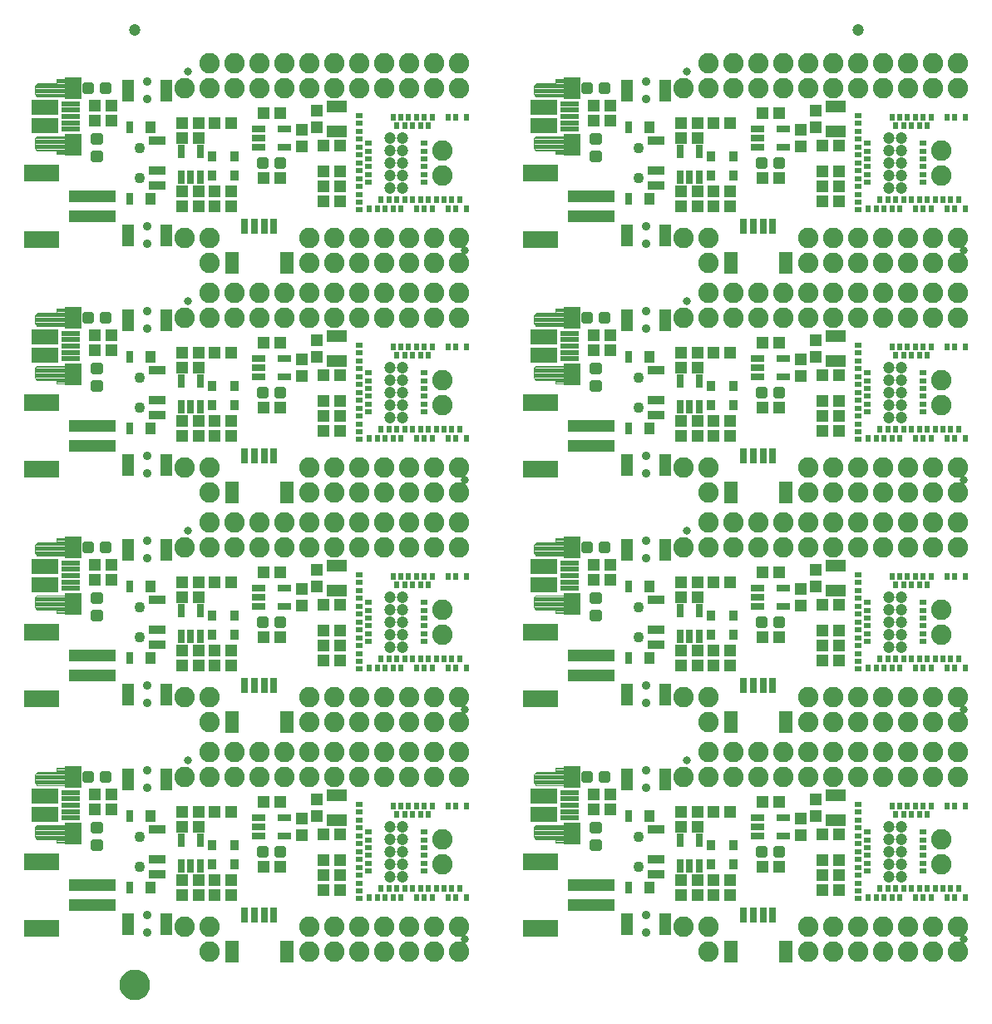
<source format=gts>
G75*
%MOIN*%
%OFA0B0*%
%FSLAX25Y25*%
%IPPOS*%
%LPD*%
%AMOC8*
5,1,8,0,0,1.08239X$1,22.5*
%
%ADD10R,0.05131X0.04737*%
%ADD11C,0.01990*%
%ADD12R,0.07690X0.02375*%
%ADD13R,0.06548X0.08674*%
%ADD14R,0.10643X0.06410*%
%ADD15C,0.00400*%
%ADD16R,0.07887X0.04737*%
%ADD17R,0.04737X0.05131*%
%ADD18R,0.02375X0.03162*%
%ADD19R,0.03162X0.02375*%
%ADD20C,0.08200*%
%ADD21C,0.03556*%
%ADD22R,0.05131X0.08674*%
%ADD23R,0.05524X0.08674*%
%ADD24R,0.03162X0.06115*%
%ADD25R,0.18910X0.04737*%
%ADD26R,0.14186X0.07099*%
%ADD27R,0.02965X0.05524*%
%ADD28R,0.03280X0.04068*%
%ADD29R,0.05524X0.02965*%
%ADD30C,0.04737*%
%ADD31R,0.06706X0.03556*%
%ADD32R,0.03162X0.04737*%
%ADD33R,0.03950X0.04737*%
%ADD34C,0.04343*%
%ADD35C,0.03300*%
%ADD36C,0.05000*%
%ADD37C,0.06706*%
D10*
X0110904Y0056000D03*
X0110904Y0062000D03*
X0117596Y0062000D03*
X0117596Y0056000D03*
X0123904Y0056000D03*
X0123904Y0062000D03*
X0130596Y0062000D03*
X0130596Y0056000D03*
X0143404Y0067500D03*
X0150096Y0067500D03*
X0167404Y0070000D03*
X0167404Y0064000D03*
X0174096Y0064000D03*
X0174096Y0070000D03*
X0174096Y0080500D03*
X0167404Y0080500D03*
X0150096Y0093500D03*
X0143404Y0093500D03*
X0130596Y0089300D03*
X0123904Y0089300D03*
X0117596Y0089500D03*
X0110904Y0089500D03*
X0110904Y0083500D03*
X0117596Y0083500D03*
X0082596Y0090500D03*
X0082596Y0096500D03*
X0075904Y0096500D03*
X0075904Y0090500D03*
X0110904Y0148000D03*
X0117596Y0148000D03*
X0123904Y0148000D03*
X0130596Y0148000D03*
X0130596Y0154000D03*
X0123904Y0154000D03*
X0117596Y0154000D03*
X0110904Y0154000D03*
X0110904Y0175500D03*
X0110904Y0181500D03*
X0117596Y0181500D03*
X0117596Y0175500D03*
X0123904Y0181300D03*
X0130596Y0181300D03*
X0143404Y0185500D03*
X0150096Y0185500D03*
X0167404Y0172500D03*
X0174096Y0172500D03*
X0174096Y0162000D03*
X0167404Y0162000D03*
X0167404Y0156000D03*
X0167404Y0150000D03*
X0174096Y0150000D03*
X0174096Y0156000D03*
X0150096Y0159500D03*
X0143404Y0159500D03*
X0082596Y0182500D03*
X0082596Y0188500D03*
X0075904Y0188500D03*
X0075904Y0182500D03*
X0110904Y0240000D03*
X0117596Y0240000D03*
X0123904Y0240000D03*
X0130596Y0240000D03*
X0130596Y0246000D03*
X0123904Y0246000D03*
X0117596Y0246000D03*
X0110904Y0246000D03*
X0110904Y0267500D03*
X0110904Y0273500D03*
X0117596Y0273500D03*
X0117596Y0267500D03*
X0123904Y0273300D03*
X0130596Y0273300D03*
X0143404Y0277500D03*
X0150096Y0277500D03*
X0167404Y0264500D03*
X0174096Y0264500D03*
X0174096Y0254000D03*
X0167404Y0254000D03*
X0167404Y0248000D03*
X0167404Y0242000D03*
X0174096Y0242000D03*
X0174096Y0248000D03*
X0150096Y0251500D03*
X0143404Y0251500D03*
X0082596Y0274500D03*
X0082596Y0280500D03*
X0075904Y0280500D03*
X0075904Y0274500D03*
X0110904Y0332000D03*
X0110904Y0338000D03*
X0117596Y0338000D03*
X0117596Y0332000D03*
X0123904Y0332000D03*
X0123904Y0338000D03*
X0130596Y0338000D03*
X0130596Y0332000D03*
X0143404Y0343500D03*
X0150096Y0343500D03*
X0167404Y0346000D03*
X0167404Y0340000D03*
X0174096Y0340000D03*
X0174096Y0346000D03*
X0174096Y0356500D03*
X0167404Y0356500D03*
X0150096Y0369500D03*
X0143404Y0369500D03*
X0130596Y0365300D03*
X0123904Y0365300D03*
X0117596Y0365500D03*
X0110904Y0365500D03*
X0110904Y0359500D03*
X0117596Y0359500D03*
X0082596Y0366500D03*
X0082596Y0372500D03*
X0075904Y0372500D03*
X0075904Y0366500D03*
X0167404Y0334000D03*
X0174096Y0334000D03*
X0275904Y0366500D03*
X0282596Y0366500D03*
X0282596Y0372500D03*
X0275904Y0372500D03*
X0310904Y0365500D03*
X0317596Y0365500D03*
X0317596Y0359500D03*
X0310904Y0359500D03*
X0323904Y0365300D03*
X0330596Y0365300D03*
X0343404Y0369500D03*
X0350096Y0369500D03*
X0367404Y0356500D03*
X0374096Y0356500D03*
X0374096Y0346000D03*
X0374096Y0340000D03*
X0367404Y0340000D03*
X0367404Y0346000D03*
X0367404Y0334000D03*
X0374096Y0334000D03*
X0350096Y0343500D03*
X0343404Y0343500D03*
X0330596Y0338000D03*
X0330596Y0332000D03*
X0323904Y0332000D03*
X0323904Y0338000D03*
X0317596Y0338000D03*
X0317596Y0332000D03*
X0310904Y0332000D03*
X0310904Y0338000D03*
X0282596Y0280500D03*
X0275904Y0280500D03*
X0275904Y0274500D03*
X0282596Y0274500D03*
X0310904Y0273500D03*
X0310904Y0267500D03*
X0317596Y0267500D03*
X0317596Y0273500D03*
X0323904Y0273300D03*
X0330596Y0273300D03*
X0343404Y0277500D03*
X0350096Y0277500D03*
X0367404Y0264500D03*
X0374096Y0264500D03*
X0374096Y0254000D03*
X0367404Y0254000D03*
X0367404Y0248000D03*
X0367404Y0242000D03*
X0374096Y0242000D03*
X0374096Y0248000D03*
X0350096Y0251500D03*
X0343404Y0251500D03*
X0330596Y0246000D03*
X0323904Y0246000D03*
X0323904Y0240000D03*
X0330596Y0240000D03*
X0317596Y0240000D03*
X0310904Y0240000D03*
X0310904Y0246000D03*
X0317596Y0246000D03*
X0282596Y0188500D03*
X0282596Y0182500D03*
X0275904Y0182500D03*
X0275904Y0188500D03*
X0310904Y0181500D03*
X0310904Y0175500D03*
X0317596Y0175500D03*
X0317596Y0181500D03*
X0323904Y0181300D03*
X0330596Y0181300D03*
X0343404Y0185500D03*
X0350096Y0185500D03*
X0367404Y0172500D03*
X0374096Y0172500D03*
X0374096Y0162000D03*
X0367404Y0162000D03*
X0367404Y0156000D03*
X0367404Y0150000D03*
X0374096Y0150000D03*
X0374096Y0156000D03*
X0350096Y0159500D03*
X0343404Y0159500D03*
X0330596Y0154000D03*
X0323904Y0154000D03*
X0323904Y0148000D03*
X0330596Y0148000D03*
X0317596Y0148000D03*
X0310904Y0148000D03*
X0310904Y0154000D03*
X0317596Y0154000D03*
X0343404Y0093500D03*
X0350096Y0093500D03*
X0330596Y0089300D03*
X0323904Y0089300D03*
X0317596Y0089500D03*
X0310904Y0089500D03*
X0310904Y0083500D03*
X0317596Y0083500D03*
X0317596Y0062000D03*
X0317596Y0056000D03*
X0310904Y0056000D03*
X0310904Y0062000D03*
X0323904Y0062000D03*
X0323904Y0056000D03*
X0330596Y0056000D03*
X0330596Y0062000D03*
X0343404Y0067500D03*
X0350096Y0067500D03*
X0367404Y0070000D03*
X0367404Y0064000D03*
X0374096Y0064000D03*
X0374096Y0070000D03*
X0374096Y0080500D03*
X0367404Y0080500D03*
X0367404Y0058000D03*
X0374096Y0058000D03*
X0282596Y0090500D03*
X0282596Y0096500D03*
X0275904Y0096500D03*
X0275904Y0090500D03*
X0174096Y0058000D03*
X0167404Y0058000D03*
D11*
X0148830Y0072127D02*
X0148830Y0074873D01*
X0151576Y0074873D01*
X0151576Y0072127D01*
X0148830Y0072127D01*
X0148830Y0074017D02*
X0151576Y0074017D01*
X0141924Y0074873D02*
X0141924Y0072127D01*
X0141924Y0074873D02*
X0144670Y0074873D01*
X0144670Y0072127D01*
X0141924Y0072127D01*
X0141924Y0074017D02*
X0144670Y0074017D01*
X0078123Y0077420D02*
X0075377Y0077420D01*
X0078123Y0077420D02*
X0078123Y0074674D01*
X0075377Y0074674D01*
X0075377Y0077420D01*
X0075377Y0076564D02*
X0078123Y0076564D01*
X0078123Y0084326D02*
X0075377Y0084326D01*
X0078123Y0084326D02*
X0078123Y0081580D01*
X0075377Y0081580D01*
X0075377Y0084326D01*
X0075377Y0083470D02*
X0078123Y0083470D01*
X0078830Y0102127D02*
X0078830Y0104873D01*
X0081576Y0104873D01*
X0081576Y0102127D01*
X0078830Y0102127D01*
X0078830Y0104017D02*
X0081576Y0104017D01*
X0071924Y0104873D02*
X0071924Y0102127D01*
X0071924Y0104873D02*
X0074670Y0104873D01*
X0074670Y0102127D01*
X0071924Y0102127D01*
X0071924Y0104017D02*
X0074670Y0104017D01*
X0075377Y0169420D02*
X0078123Y0169420D01*
X0078123Y0166674D01*
X0075377Y0166674D01*
X0075377Y0169420D01*
X0075377Y0168564D02*
X0078123Y0168564D01*
X0078123Y0176326D02*
X0075377Y0176326D01*
X0078123Y0176326D02*
X0078123Y0173580D01*
X0075377Y0173580D01*
X0075377Y0176326D01*
X0075377Y0175470D02*
X0078123Y0175470D01*
X0078830Y0194127D02*
X0078830Y0196873D01*
X0081576Y0196873D01*
X0081576Y0194127D01*
X0078830Y0194127D01*
X0078830Y0196017D02*
X0081576Y0196017D01*
X0071924Y0196873D02*
X0071924Y0194127D01*
X0071924Y0196873D02*
X0074670Y0196873D01*
X0074670Y0194127D01*
X0071924Y0194127D01*
X0071924Y0196017D02*
X0074670Y0196017D01*
X0141924Y0166873D02*
X0141924Y0164127D01*
X0141924Y0166873D02*
X0144670Y0166873D01*
X0144670Y0164127D01*
X0141924Y0164127D01*
X0141924Y0166017D02*
X0144670Y0166017D01*
X0148830Y0166873D02*
X0148830Y0164127D01*
X0148830Y0166873D02*
X0151576Y0166873D01*
X0151576Y0164127D01*
X0148830Y0164127D01*
X0148830Y0166017D02*
X0151576Y0166017D01*
X0148830Y0256127D02*
X0148830Y0258873D01*
X0151576Y0258873D01*
X0151576Y0256127D01*
X0148830Y0256127D01*
X0148830Y0258017D02*
X0151576Y0258017D01*
X0141924Y0258873D02*
X0141924Y0256127D01*
X0141924Y0258873D02*
X0144670Y0258873D01*
X0144670Y0256127D01*
X0141924Y0256127D01*
X0141924Y0258017D02*
X0144670Y0258017D01*
X0078123Y0261420D02*
X0075377Y0261420D01*
X0078123Y0261420D02*
X0078123Y0258674D01*
X0075377Y0258674D01*
X0075377Y0261420D01*
X0075377Y0260564D02*
X0078123Y0260564D01*
X0078123Y0268326D02*
X0075377Y0268326D01*
X0078123Y0268326D02*
X0078123Y0265580D01*
X0075377Y0265580D01*
X0075377Y0268326D01*
X0075377Y0267470D02*
X0078123Y0267470D01*
X0078830Y0286127D02*
X0078830Y0288873D01*
X0081576Y0288873D01*
X0081576Y0286127D01*
X0078830Y0286127D01*
X0078830Y0288017D02*
X0081576Y0288017D01*
X0071924Y0288873D02*
X0071924Y0286127D01*
X0071924Y0288873D02*
X0074670Y0288873D01*
X0074670Y0286127D01*
X0071924Y0286127D01*
X0071924Y0288017D02*
X0074670Y0288017D01*
X0141924Y0348127D02*
X0141924Y0350873D01*
X0144670Y0350873D01*
X0144670Y0348127D01*
X0141924Y0348127D01*
X0141924Y0350017D02*
X0144670Y0350017D01*
X0148830Y0350873D02*
X0148830Y0348127D01*
X0148830Y0350873D02*
X0151576Y0350873D01*
X0151576Y0348127D01*
X0148830Y0348127D01*
X0148830Y0350017D02*
X0151576Y0350017D01*
X0078123Y0353420D02*
X0075377Y0353420D01*
X0078123Y0353420D02*
X0078123Y0350674D01*
X0075377Y0350674D01*
X0075377Y0353420D01*
X0075377Y0352564D02*
X0078123Y0352564D01*
X0078123Y0360326D02*
X0075377Y0360326D01*
X0078123Y0360326D02*
X0078123Y0357580D01*
X0075377Y0357580D01*
X0075377Y0360326D01*
X0075377Y0359470D02*
X0078123Y0359470D01*
X0078830Y0378127D02*
X0078830Y0380873D01*
X0081576Y0380873D01*
X0081576Y0378127D01*
X0078830Y0378127D01*
X0078830Y0380017D02*
X0081576Y0380017D01*
X0071924Y0380873D02*
X0071924Y0378127D01*
X0071924Y0380873D02*
X0074670Y0380873D01*
X0074670Y0378127D01*
X0071924Y0378127D01*
X0071924Y0380017D02*
X0074670Y0380017D01*
X0271924Y0380873D02*
X0271924Y0378127D01*
X0271924Y0380873D02*
X0274670Y0380873D01*
X0274670Y0378127D01*
X0271924Y0378127D01*
X0271924Y0380017D02*
X0274670Y0380017D01*
X0278830Y0380873D02*
X0278830Y0378127D01*
X0278830Y0380873D02*
X0281576Y0380873D01*
X0281576Y0378127D01*
X0278830Y0378127D01*
X0278830Y0380017D02*
X0281576Y0380017D01*
X0278123Y0360326D02*
X0275377Y0360326D01*
X0278123Y0360326D02*
X0278123Y0357580D01*
X0275377Y0357580D01*
X0275377Y0360326D01*
X0275377Y0359470D02*
X0278123Y0359470D01*
X0278123Y0353420D02*
X0275377Y0353420D01*
X0278123Y0353420D02*
X0278123Y0350674D01*
X0275377Y0350674D01*
X0275377Y0353420D01*
X0275377Y0352564D02*
X0278123Y0352564D01*
X0341924Y0350873D02*
X0341924Y0348127D01*
X0341924Y0350873D02*
X0344670Y0350873D01*
X0344670Y0348127D01*
X0341924Y0348127D01*
X0341924Y0350017D02*
X0344670Y0350017D01*
X0348830Y0350873D02*
X0348830Y0348127D01*
X0348830Y0350873D02*
X0351576Y0350873D01*
X0351576Y0348127D01*
X0348830Y0348127D01*
X0348830Y0350017D02*
X0351576Y0350017D01*
X0278830Y0288873D02*
X0278830Y0286127D01*
X0278830Y0288873D02*
X0281576Y0288873D01*
X0281576Y0286127D01*
X0278830Y0286127D01*
X0278830Y0288017D02*
X0281576Y0288017D01*
X0271924Y0288873D02*
X0271924Y0286127D01*
X0271924Y0288873D02*
X0274670Y0288873D01*
X0274670Y0286127D01*
X0271924Y0286127D01*
X0271924Y0288017D02*
X0274670Y0288017D01*
X0275377Y0268326D02*
X0278123Y0268326D01*
X0278123Y0265580D01*
X0275377Y0265580D01*
X0275377Y0268326D01*
X0275377Y0267470D02*
X0278123Y0267470D01*
X0278123Y0261420D02*
X0275377Y0261420D01*
X0278123Y0261420D02*
X0278123Y0258674D01*
X0275377Y0258674D01*
X0275377Y0261420D01*
X0275377Y0260564D02*
X0278123Y0260564D01*
X0341924Y0258873D02*
X0341924Y0256127D01*
X0341924Y0258873D02*
X0344670Y0258873D01*
X0344670Y0256127D01*
X0341924Y0256127D01*
X0341924Y0258017D02*
X0344670Y0258017D01*
X0348830Y0258873D02*
X0348830Y0256127D01*
X0348830Y0258873D02*
X0351576Y0258873D01*
X0351576Y0256127D01*
X0348830Y0256127D01*
X0348830Y0258017D02*
X0351576Y0258017D01*
X0278830Y0196873D02*
X0278830Y0194127D01*
X0278830Y0196873D02*
X0281576Y0196873D01*
X0281576Y0194127D01*
X0278830Y0194127D01*
X0278830Y0196017D02*
X0281576Y0196017D01*
X0271924Y0196873D02*
X0271924Y0194127D01*
X0271924Y0196873D02*
X0274670Y0196873D01*
X0274670Y0194127D01*
X0271924Y0194127D01*
X0271924Y0196017D02*
X0274670Y0196017D01*
X0275377Y0176326D02*
X0278123Y0176326D01*
X0278123Y0173580D01*
X0275377Y0173580D01*
X0275377Y0176326D01*
X0275377Y0175470D02*
X0278123Y0175470D01*
X0278123Y0169420D02*
X0275377Y0169420D01*
X0278123Y0169420D02*
X0278123Y0166674D01*
X0275377Y0166674D01*
X0275377Y0169420D01*
X0275377Y0168564D02*
X0278123Y0168564D01*
X0341924Y0166873D02*
X0341924Y0164127D01*
X0341924Y0166873D02*
X0344670Y0166873D01*
X0344670Y0164127D01*
X0341924Y0164127D01*
X0341924Y0166017D02*
X0344670Y0166017D01*
X0348830Y0166873D02*
X0348830Y0164127D01*
X0348830Y0166873D02*
X0351576Y0166873D01*
X0351576Y0164127D01*
X0348830Y0164127D01*
X0348830Y0166017D02*
X0351576Y0166017D01*
X0278830Y0104873D02*
X0278830Y0102127D01*
X0278830Y0104873D02*
X0281576Y0104873D01*
X0281576Y0102127D01*
X0278830Y0102127D01*
X0278830Y0104017D02*
X0281576Y0104017D01*
X0271924Y0104873D02*
X0271924Y0102127D01*
X0271924Y0104873D02*
X0274670Y0104873D01*
X0274670Y0102127D01*
X0271924Y0102127D01*
X0271924Y0104017D02*
X0274670Y0104017D01*
X0275377Y0084326D02*
X0278123Y0084326D01*
X0278123Y0081580D01*
X0275377Y0081580D01*
X0275377Y0084326D01*
X0275377Y0083470D02*
X0278123Y0083470D01*
X0278123Y0077420D02*
X0275377Y0077420D01*
X0278123Y0077420D02*
X0278123Y0074674D01*
X0275377Y0074674D01*
X0275377Y0077420D01*
X0275377Y0076564D02*
X0278123Y0076564D01*
X0341924Y0074873D02*
X0341924Y0072127D01*
X0341924Y0074873D02*
X0344670Y0074873D01*
X0344670Y0072127D01*
X0341924Y0072127D01*
X0341924Y0074017D02*
X0344670Y0074017D01*
X0348830Y0074873D02*
X0348830Y0072127D01*
X0348830Y0074873D02*
X0351576Y0074873D01*
X0351576Y0072127D01*
X0348830Y0072127D01*
X0348830Y0074017D02*
X0351576Y0074017D01*
D12*
X0266250Y0086982D03*
X0266250Y0089541D03*
X0266250Y0092100D03*
X0266250Y0094659D03*
X0266250Y0097218D03*
X0266250Y0178982D03*
X0266250Y0181541D03*
X0266250Y0184100D03*
X0266250Y0186659D03*
X0266250Y0189218D03*
X0266250Y0270982D03*
X0266250Y0273541D03*
X0266250Y0276100D03*
X0266250Y0278659D03*
X0266250Y0281218D03*
X0266250Y0362982D03*
X0266250Y0365541D03*
X0266250Y0368100D03*
X0266250Y0370659D03*
X0266250Y0373218D03*
X0066250Y0373218D03*
X0066250Y0370659D03*
X0066250Y0368100D03*
X0066250Y0365541D03*
X0066250Y0362982D03*
X0066250Y0281218D03*
X0066250Y0278659D03*
X0066250Y0276100D03*
X0066250Y0273541D03*
X0066250Y0270982D03*
X0066250Y0189218D03*
X0066250Y0186659D03*
X0066250Y0184100D03*
X0066250Y0181541D03*
X0066250Y0178982D03*
X0066250Y0097218D03*
X0066250Y0094659D03*
X0066250Y0092100D03*
X0066250Y0089541D03*
X0066250Y0086982D03*
D13*
X0067333Y0080683D03*
X0067333Y0103517D03*
X0067333Y0172683D03*
X0067333Y0195517D03*
X0067333Y0264683D03*
X0067333Y0287517D03*
X0067333Y0356683D03*
X0067333Y0379517D03*
X0267333Y0379517D03*
X0267333Y0356683D03*
X0267333Y0287517D03*
X0267333Y0264683D03*
X0267333Y0195517D03*
X0267333Y0172683D03*
X0267333Y0103517D03*
X0267333Y0080683D03*
D14*
X0255719Y0088311D03*
X0255719Y0095889D03*
X0255719Y0180311D03*
X0255719Y0187889D03*
X0255719Y0272311D03*
X0255719Y0279889D03*
X0255719Y0364311D03*
X0255719Y0371889D03*
X0055719Y0371889D03*
X0055719Y0364311D03*
X0055719Y0279889D03*
X0055719Y0272311D03*
X0055719Y0187889D03*
X0055719Y0180311D03*
X0055719Y0095889D03*
X0055719Y0088311D03*
D15*
X0053159Y0084226D02*
X0063789Y0084226D01*
X0063789Y0077139D01*
X0060640Y0077139D01*
X0060640Y0078320D01*
X0053159Y0078320D01*
X0052858Y0078399D01*
X0052581Y0078542D01*
X0052343Y0078744D01*
X0052156Y0078993D01*
X0052029Y0079278D01*
X0051969Y0079584D01*
X0051978Y0079895D01*
X0051978Y0083045D01*
X0052008Y0083308D01*
X0052095Y0083557D01*
X0052236Y0083781D01*
X0052423Y0083968D01*
X0052647Y0084109D01*
X0052897Y0084196D01*
X0053159Y0084226D01*
X0052348Y0083893D02*
X0063789Y0083893D01*
X0063789Y0083495D02*
X0052073Y0083495D01*
X0051984Y0083096D02*
X0063789Y0083096D01*
X0063789Y0082698D02*
X0051978Y0082698D01*
X0051978Y0082299D02*
X0063789Y0082299D01*
X0063789Y0081901D02*
X0051978Y0081901D01*
X0051978Y0081502D02*
X0063789Y0081502D01*
X0063789Y0081103D02*
X0051978Y0081103D01*
X0051978Y0080705D02*
X0063789Y0080705D01*
X0063789Y0080306D02*
X0051978Y0080306D01*
X0051978Y0079908D02*
X0063789Y0079908D01*
X0063789Y0079509D02*
X0051984Y0079509D01*
X0052104Y0079111D02*
X0063789Y0079111D01*
X0063789Y0078712D02*
X0052380Y0078712D01*
X0060640Y0078314D02*
X0063789Y0078314D01*
X0063789Y0077915D02*
X0060640Y0077915D01*
X0060640Y0077517D02*
X0063789Y0077517D01*
X0063789Y0099974D02*
X0053553Y0099974D01*
X0053242Y0099965D01*
X0052936Y0100025D01*
X0052651Y0100152D01*
X0052402Y0100339D01*
X0052200Y0100577D01*
X0052057Y0100853D01*
X0051978Y0101155D01*
X0051978Y0103911D01*
X0052018Y0104261D01*
X0052134Y0104594D01*
X0052322Y0104893D01*
X0052571Y0105142D01*
X0052870Y0105330D01*
X0053203Y0105446D01*
X0053553Y0105486D01*
X0060640Y0105486D01*
X0060640Y0107061D01*
X0063789Y0107061D01*
X0063789Y0099974D01*
X0063789Y0100232D02*
X0052544Y0100232D01*
X0052172Y0100631D02*
X0063789Y0100631D01*
X0063789Y0101029D02*
X0052011Y0101029D01*
X0051978Y0101428D02*
X0063789Y0101428D01*
X0063789Y0101826D02*
X0051978Y0101826D01*
X0051978Y0102225D02*
X0063789Y0102225D01*
X0063789Y0102623D02*
X0051978Y0102623D01*
X0051978Y0103022D02*
X0063789Y0103022D01*
X0063789Y0103420D02*
X0051978Y0103420D01*
X0051978Y0103819D02*
X0063789Y0103819D01*
X0063789Y0104217D02*
X0052013Y0104217D01*
X0052148Y0104616D02*
X0063789Y0104616D01*
X0063789Y0105014D02*
X0052443Y0105014D01*
X0053107Y0105413D02*
X0063789Y0105413D01*
X0063789Y0105811D02*
X0060640Y0105811D01*
X0060640Y0106210D02*
X0063789Y0106210D01*
X0063789Y0106608D02*
X0060640Y0106608D01*
X0060640Y0107007D02*
X0063789Y0107007D01*
X0063789Y0169139D02*
X0060640Y0169139D01*
X0060640Y0170320D01*
X0053159Y0170320D01*
X0052858Y0170399D01*
X0052581Y0170542D01*
X0052343Y0170744D01*
X0052156Y0170993D01*
X0052029Y0171278D01*
X0051969Y0171584D01*
X0051978Y0171895D01*
X0051978Y0175045D01*
X0052008Y0175308D01*
X0052095Y0175557D01*
X0052236Y0175781D01*
X0052423Y0175968D01*
X0052647Y0176109D01*
X0052897Y0176196D01*
X0053159Y0176226D01*
X0063789Y0176226D01*
X0063789Y0169139D01*
X0063789Y0169174D02*
X0060640Y0169174D01*
X0060640Y0169573D02*
X0063789Y0169573D01*
X0063789Y0169972D02*
X0060640Y0169972D01*
X0063789Y0170370D02*
X0052969Y0170370D01*
X0052325Y0170769D02*
X0063789Y0170769D01*
X0063789Y0171167D02*
X0052079Y0171167D01*
X0051973Y0171566D02*
X0063789Y0171566D01*
X0063789Y0171964D02*
X0051978Y0171964D01*
X0051978Y0172363D02*
X0063789Y0172363D01*
X0063789Y0172761D02*
X0051978Y0172761D01*
X0051978Y0173160D02*
X0063789Y0173160D01*
X0063789Y0173558D02*
X0051978Y0173558D01*
X0051978Y0173957D02*
X0063789Y0173957D01*
X0063789Y0174355D02*
X0051978Y0174355D01*
X0051978Y0174754D02*
X0063789Y0174754D01*
X0063789Y0175152D02*
X0051990Y0175152D01*
X0052093Y0175551D02*
X0063789Y0175551D01*
X0063789Y0175949D02*
X0052404Y0175949D01*
X0053242Y0191965D02*
X0052936Y0192025D01*
X0052651Y0192152D01*
X0052402Y0192339D01*
X0052200Y0192577D01*
X0052057Y0192853D01*
X0051978Y0193155D01*
X0051978Y0195911D01*
X0052018Y0196261D01*
X0052134Y0196594D01*
X0052322Y0196893D01*
X0052571Y0197142D01*
X0052870Y0197330D01*
X0053203Y0197446D01*
X0053553Y0197486D01*
X0060640Y0197486D01*
X0060640Y0199061D01*
X0063789Y0199061D01*
X0063789Y0191974D01*
X0053553Y0191974D01*
X0053242Y0191965D01*
X0052469Y0192288D02*
X0063789Y0192288D01*
X0063789Y0192687D02*
X0052143Y0192687D01*
X0051997Y0193085D02*
X0063789Y0193085D01*
X0063789Y0193484D02*
X0051978Y0193484D01*
X0051978Y0193882D02*
X0063789Y0193882D01*
X0063789Y0194281D02*
X0051978Y0194281D01*
X0051978Y0194679D02*
X0063789Y0194679D01*
X0063789Y0195078D02*
X0051978Y0195078D01*
X0051978Y0195476D02*
X0063789Y0195476D01*
X0063789Y0195875D02*
X0051978Y0195875D01*
X0052022Y0196273D02*
X0063789Y0196273D01*
X0063789Y0196672D02*
X0052183Y0196672D01*
X0052499Y0197070D02*
X0063789Y0197070D01*
X0063789Y0197469D02*
X0053402Y0197469D01*
X0060640Y0197867D02*
X0063789Y0197867D01*
X0063789Y0198266D02*
X0060640Y0198266D01*
X0060640Y0198664D02*
X0063789Y0198664D01*
X0063789Y0261139D02*
X0060640Y0261139D01*
X0060640Y0262320D01*
X0053159Y0262320D01*
X0052858Y0262399D01*
X0052581Y0262542D01*
X0052343Y0262744D01*
X0052156Y0262993D01*
X0052029Y0263278D01*
X0051969Y0263584D01*
X0051978Y0263895D01*
X0051978Y0267045D01*
X0052008Y0267308D01*
X0052095Y0267557D01*
X0052236Y0267781D01*
X0052423Y0267968D01*
X0052647Y0268109D01*
X0052897Y0268196D01*
X0053159Y0268226D01*
X0063789Y0268226D01*
X0063789Y0261139D01*
X0063789Y0261231D02*
X0060640Y0261231D01*
X0060640Y0261629D02*
X0063789Y0261629D01*
X0063789Y0262028D02*
X0060640Y0262028D01*
X0063789Y0262426D02*
X0052805Y0262426D01*
X0052283Y0262825D02*
X0063789Y0262825D01*
X0063789Y0263223D02*
X0052054Y0263223D01*
X0051970Y0263622D02*
X0063789Y0263622D01*
X0063789Y0264020D02*
X0051978Y0264020D01*
X0051978Y0264419D02*
X0063789Y0264419D01*
X0063789Y0264817D02*
X0051978Y0264817D01*
X0051978Y0265216D02*
X0063789Y0265216D01*
X0063789Y0265614D02*
X0051978Y0265614D01*
X0051978Y0266013D02*
X0063789Y0266013D01*
X0063789Y0266411D02*
X0051978Y0266411D01*
X0051978Y0266810D02*
X0063789Y0266810D01*
X0063789Y0267208D02*
X0051997Y0267208D01*
X0052126Y0267607D02*
X0063789Y0267607D01*
X0063789Y0268005D02*
X0052482Y0268005D01*
X0053242Y0283965D02*
X0052936Y0284025D01*
X0052651Y0284152D01*
X0052402Y0284339D01*
X0052200Y0284577D01*
X0052057Y0284853D01*
X0051978Y0285155D01*
X0051978Y0287911D01*
X0052018Y0288261D01*
X0052134Y0288594D01*
X0052322Y0288893D01*
X0052571Y0289142D01*
X0052870Y0289330D01*
X0053203Y0289446D01*
X0053553Y0289486D01*
X0060640Y0289486D01*
X0060640Y0291061D01*
X0063789Y0291061D01*
X0063789Y0283974D01*
X0053553Y0283974D01*
X0053242Y0283965D01*
X0052397Y0284344D02*
X0063789Y0284344D01*
X0063789Y0284743D02*
X0052114Y0284743D01*
X0051982Y0285141D02*
X0063789Y0285141D01*
X0063789Y0285540D02*
X0051978Y0285540D01*
X0051978Y0285938D02*
X0063789Y0285938D01*
X0063789Y0286337D02*
X0051978Y0286337D01*
X0051978Y0286735D02*
X0063789Y0286735D01*
X0063789Y0287134D02*
X0051978Y0287134D01*
X0051978Y0287532D02*
X0063789Y0287532D01*
X0063789Y0287931D02*
X0051981Y0287931D01*
X0052042Y0288329D02*
X0063789Y0288329D01*
X0063789Y0288728D02*
X0052218Y0288728D01*
X0052555Y0289126D02*
X0063789Y0289126D01*
X0063789Y0289525D02*
X0060640Y0289525D01*
X0060640Y0289923D02*
X0063789Y0289923D01*
X0063789Y0290322D02*
X0060640Y0290322D01*
X0060640Y0290720D02*
X0063789Y0290720D01*
X0063789Y0353139D02*
X0060640Y0353139D01*
X0060640Y0354320D01*
X0053159Y0354320D01*
X0052858Y0354399D01*
X0052581Y0354542D01*
X0052343Y0354744D01*
X0052156Y0354993D01*
X0052029Y0355278D01*
X0051969Y0355584D01*
X0051978Y0355895D01*
X0051978Y0359045D01*
X0052008Y0359308D01*
X0052095Y0359557D01*
X0052236Y0359781D01*
X0052423Y0359968D01*
X0052647Y0360109D01*
X0052897Y0360196D01*
X0053159Y0360226D01*
X0063789Y0360226D01*
X0063789Y0353139D01*
X0063789Y0353287D02*
X0060640Y0353287D01*
X0060640Y0353685D02*
X0063789Y0353685D01*
X0063789Y0354084D02*
X0060640Y0354084D01*
X0063789Y0354482D02*
X0052697Y0354482D01*
X0052241Y0354881D02*
X0063789Y0354881D01*
X0063789Y0355279D02*
X0052029Y0355279D01*
X0051972Y0355678D02*
X0063789Y0355678D01*
X0063789Y0356076D02*
X0051978Y0356076D01*
X0051978Y0356475D02*
X0063789Y0356475D01*
X0063789Y0356873D02*
X0051978Y0356873D01*
X0051978Y0357272D02*
X0063789Y0357272D01*
X0063789Y0357670D02*
X0051978Y0357670D01*
X0051978Y0358069D02*
X0063789Y0358069D01*
X0063789Y0358467D02*
X0051978Y0358467D01*
X0051978Y0358866D02*
X0063789Y0358866D01*
X0063789Y0359264D02*
X0052003Y0359264D01*
X0052162Y0359663D02*
X0063789Y0359663D01*
X0063789Y0360061D02*
X0052571Y0360061D01*
X0053242Y0375965D02*
X0052936Y0376025D01*
X0052651Y0376152D01*
X0052402Y0376339D01*
X0052200Y0376577D01*
X0052057Y0376853D01*
X0051978Y0377155D01*
X0051978Y0379911D01*
X0052018Y0380261D01*
X0052134Y0380594D01*
X0052322Y0380893D01*
X0052571Y0381142D01*
X0052870Y0381330D01*
X0053203Y0381446D01*
X0053553Y0381486D01*
X0060640Y0381486D01*
X0060640Y0383061D01*
X0063789Y0383061D01*
X0063789Y0375974D01*
X0053553Y0375974D01*
X0053242Y0375965D01*
X0053053Y0376002D02*
X0063789Y0376002D01*
X0063789Y0376400D02*
X0052350Y0376400D01*
X0052085Y0376799D02*
X0063789Y0376799D01*
X0063789Y0377197D02*
X0051978Y0377197D01*
X0051978Y0377596D02*
X0063789Y0377596D01*
X0063789Y0377994D02*
X0051978Y0377994D01*
X0051978Y0378393D02*
X0063789Y0378393D01*
X0063789Y0378791D02*
X0051978Y0378791D01*
X0051978Y0379190D02*
X0063789Y0379190D01*
X0063789Y0379588D02*
X0051978Y0379588D01*
X0051987Y0379987D02*
X0063789Y0379987D01*
X0063789Y0380385D02*
X0052061Y0380385D01*
X0052253Y0380784D02*
X0063789Y0380784D01*
X0063789Y0381183D02*
X0052635Y0381183D01*
X0060640Y0381581D02*
X0063789Y0381581D01*
X0063789Y0381980D02*
X0060640Y0381980D01*
X0060640Y0382378D02*
X0063789Y0382378D01*
X0063789Y0382777D02*
X0060640Y0382777D01*
X0251978Y0379911D02*
X0252018Y0380261D01*
X0252134Y0380594D01*
X0252322Y0380893D01*
X0252571Y0381142D01*
X0252870Y0381330D01*
X0253203Y0381446D01*
X0253553Y0381486D01*
X0260640Y0381486D01*
X0260640Y0383061D01*
X0263789Y0383061D01*
X0263789Y0375974D01*
X0253553Y0375974D01*
X0253242Y0375965D01*
X0252936Y0376025D01*
X0252651Y0376152D01*
X0252402Y0376339D01*
X0252200Y0376577D01*
X0252057Y0376853D01*
X0251978Y0377155D01*
X0251978Y0379911D01*
X0251987Y0379987D02*
X0263789Y0379987D01*
X0263789Y0380385D02*
X0252061Y0380385D01*
X0252253Y0380784D02*
X0263789Y0380784D01*
X0263789Y0381183D02*
X0252635Y0381183D01*
X0251978Y0379588D02*
X0263789Y0379588D01*
X0263789Y0379190D02*
X0251978Y0379190D01*
X0251978Y0378791D02*
X0263789Y0378791D01*
X0263789Y0378393D02*
X0251978Y0378393D01*
X0251978Y0377994D02*
X0263789Y0377994D01*
X0263789Y0377596D02*
X0251978Y0377596D01*
X0251978Y0377197D02*
X0263789Y0377197D01*
X0263789Y0376799D02*
X0252085Y0376799D01*
X0252350Y0376400D02*
X0263789Y0376400D01*
X0263789Y0376002D02*
X0253053Y0376002D01*
X0260640Y0381581D02*
X0263789Y0381581D01*
X0263789Y0381980D02*
X0260640Y0381980D01*
X0260640Y0382378D02*
X0263789Y0382378D01*
X0263789Y0382777D02*
X0260640Y0382777D01*
X0263789Y0360226D02*
X0253159Y0360226D01*
X0252897Y0360196D01*
X0252647Y0360109D01*
X0252423Y0359968D01*
X0252236Y0359781D01*
X0252095Y0359557D01*
X0252008Y0359308D01*
X0251978Y0359045D01*
X0251978Y0355895D01*
X0251969Y0355584D01*
X0252029Y0355278D01*
X0252156Y0354993D01*
X0252343Y0354744D01*
X0252581Y0354542D01*
X0252858Y0354399D01*
X0253159Y0354320D01*
X0260640Y0354320D01*
X0260640Y0353139D01*
X0263789Y0353139D01*
X0263789Y0360226D01*
X0263789Y0360061D02*
X0252571Y0360061D01*
X0252162Y0359663D02*
X0263789Y0359663D01*
X0263789Y0359264D02*
X0252003Y0359264D01*
X0251978Y0358866D02*
X0263789Y0358866D01*
X0263789Y0358467D02*
X0251978Y0358467D01*
X0251978Y0358069D02*
X0263789Y0358069D01*
X0263789Y0357670D02*
X0251978Y0357670D01*
X0251978Y0357272D02*
X0263789Y0357272D01*
X0263789Y0356873D02*
X0251978Y0356873D01*
X0251978Y0356475D02*
X0263789Y0356475D01*
X0263789Y0356076D02*
X0251978Y0356076D01*
X0251972Y0355678D02*
X0263789Y0355678D01*
X0263789Y0355279D02*
X0252029Y0355279D01*
X0252241Y0354881D02*
X0263789Y0354881D01*
X0263789Y0354482D02*
X0252697Y0354482D01*
X0260640Y0354084D02*
X0263789Y0354084D01*
X0263789Y0353685D02*
X0260640Y0353685D01*
X0260640Y0353287D02*
X0263789Y0353287D01*
X0263789Y0291061D02*
X0260640Y0291061D01*
X0260640Y0289486D01*
X0253553Y0289486D01*
X0253203Y0289446D01*
X0252870Y0289330D01*
X0252571Y0289142D01*
X0252322Y0288893D01*
X0252134Y0288594D01*
X0252018Y0288261D01*
X0251978Y0287911D01*
X0251978Y0285155D01*
X0252057Y0284853D01*
X0252200Y0284577D01*
X0252402Y0284339D01*
X0252651Y0284152D01*
X0252936Y0284025D01*
X0253242Y0283965D01*
X0253553Y0283974D01*
X0263789Y0283974D01*
X0263789Y0291061D01*
X0263789Y0290720D02*
X0260640Y0290720D01*
X0260640Y0290322D02*
X0263789Y0290322D01*
X0263789Y0289923D02*
X0260640Y0289923D01*
X0260640Y0289525D02*
X0263789Y0289525D01*
X0263789Y0289126D02*
X0252555Y0289126D01*
X0252218Y0288728D02*
X0263789Y0288728D01*
X0263789Y0288329D02*
X0252042Y0288329D01*
X0251981Y0287931D02*
X0263789Y0287931D01*
X0263789Y0287532D02*
X0251978Y0287532D01*
X0251978Y0287134D02*
X0263789Y0287134D01*
X0263789Y0286735D02*
X0251978Y0286735D01*
X0251978Y0286337D02*
X0263789Y0286337D01*
X0263789Y0285938D02*
X0251978Y0285938D01*
X0251978Y0285540D02*
X0263789Y0285540D01*
X0263789Y0285141D02*
X0251982Y0285141D01*
X0252114Y0284743D02*
X0263789Y0284743D01*
X0263789Y0284344D02*
X0252397Y0284344D01*
X0253159Y0268226D02*
X0263789Y0268226D01*
X0263789Y0261139D01*
X0260640Y0261139D01*
X0260640Y0262320D01*
X0253159Y0262320D01*
X0252858Y0262399D01*
X0252581Y0262542D01*
X0252343Y0262744D01*
X0252156Y0262993D01*
X0252029Y0263278D01*
X0251969Y0263584D01*
X0251978Y0263895D01*
X0251978Y0267045D01*
X0252008Y0267308D01*
X0252095Y0267557D01*
X0252236Y0267781D01*
X0252423Y0267968D01*
X0252647Y0268109D01*
X0252897Y0268196D01*
X0253159Y0268226D01*
X0252482Y0268005D02*
X0263789Y0268005D01*
X0263789Y0267607D02*
X0252126Y0267607D01*
X0251997Y0267208D02*
X0263789Y0267208D01*
X0263789Y0266810D02*
X0251978Y0266810D01*
X0251978Y0266411D02*
X0263789Y0266411D01*
X0263789Y0266013D02*
X0251978Y0266013D01*
X0251978Y0265614D02*
X0263789Y0265614D01*
X0263789Y0265216D02*
X0251978Y0265216D01*
X0251978Y0264817D02*
X0263789Y0264817D01*
X0263789Y0264419D02*
X0251978Y0264419D01*
X0251978Y0264020D02*
X0263789Y0264020D01*
X0263789Y0263622D02*
X0251970Y0263622D01*
X0252054Y0263223D02*
X0263789Y0263223D01*
X0263789Y0262825D02*
X0252283Y0262825D01*
X0252805Y0262426D02*
X0263789Y0262426D01*
X0263789Y0262028D02*
X0260640Y0262028D01*
X0260640Y0261629D02*
X0263789Y0261629D01*
X0263789Y0261231D02*
X0260640Y0261231D01*
X0260640Y0199061D02*
X0263789Y0199061D01*
X0263789Y0191974D01*
X0253553Y0191974D01*
X0253242Y0191965D01*
X0252936Y0192025D01*
X0252651Y0192152D01*
X0252402Y0192339D01*
X0252200Y0192577D01*
X0252057Y0192853D01*
X0251978Y0193155D01*
X0251978Y0195911D01*
X0252018Y0196261D01*
X0252134Y0196594D01*
X0252322Y0196893D01*
X0252571Y0197142D01*
X0252870Y0197330D01*
X0253203Y0197446D01*
X0253553Y0197486D01*
X0260640Y0197486D01*
X0260640Y0199061D01*
X0260640Y0198664D02*
X0263789Y0198664D01*
X0263789Y0198266D02*
X0260640Y0198266D01*
X0260640Y0197867D02*
X0263789Y0197867D01*
X0263789Y0197469D02*
X0253402Y0197469D01*
X0252499Y0197070D02*
X0263789Y0197070D01*
X0263789Y0196672D02*
X0252183Y0196672D01*
X0252022Y0196273D02*
X0263789Y0196273D01*
X0263789Y0195875D02*
X0251978Y0195875D01*
X0251978Y0195476D02*
X0263789Y0195476D01*
X0263789Y0195078D02*
X0251978Y0195078D01*
X0251978Y0194679D02*
X0263789Y0194679D01*
X0263789Y0194281D02*
X0251978Y0194281D01*
X0251978Y0193882D02*
X0263789Y0193882D01*
X0263789Y0193484D02*
X0251978Y0193484D01*
X0251997Y0193085D02*
X0263789Y0193085D01*
X0263789Y0192687D02*
X0252143Y0192687D01*
X0252469Y0192288D02*
X0263789Y0192288D01*
X0263789Y0176226D02*
X0253159Y0176226D01*
X0252897Y0176196D01*
X0252647Y0176109D01*
X0252423Y0175968D01*
X0252236Y0175781D01*
X0252095Y0175557D01*
X0252008Y0175308D01*
X0251978Y0175045D01*
X0251978Y0171895D01*
X0251969Y0171584D01*
X0252029Y0171278D01*
X0252156Y0170993D01*
X0252343Y0170744D01*
X0252581Y0170542D01*
X0252858Y0170399D01*
X0253159Y0170320D01*
X0260640Y0170320D01*
X0260640Y0169139D01*
X0263789Y0169139D01*
X0263789Y0176226D01*
X0263789Y0175949D02*
X0252404Y0175949D01*
X0252093Y0175551D02*
X0263789Y0175551D01*
X0263789Y0175152D02*
X0251990Y0175152D01*
X0251978Y0174754D02*
X0263789Y0174754D01*
X0263789Y0174355D02*
X0251978Y0174355D01*
X0251978Y0173957D02*
X0263789Y0173957D01*
X0263789Y0173558D02*
X0251978Y0173558D01*
X0251978Y0173160D02*
X0263789Y0173160D01*
X0263789Y0172761D02*
X0251978Y0172761D01*
X0251978Y0172363D02*
X0263789Y0172363D01*
X0263789Y0171964D02*
X0251978Y0171964D01*
X0251973Y0171566D02*
X0263789Y0171566D01*
X0263789Y0171167D02*
X0252079Y0171167D01*
X0252325Y0170769D02*
X0263789Y0170769D01*
X0263789Y0170370D02*
X0252969Y0170370D01*
X0260640Y0169972D02*
X0263789Y0169972D01*
X0263789Y0169573D02*
X0260640Y0169573D01*
X0260640Y0169174D02*
X0263789Y0169174D01*
X0263789Y0107061D02*
X0260640Y0107061D01*
X0260640Y0105486D01*
X0253553Y0105486D01*
X0253203Y0105446D01*
X0252870Y0105330D01*
X0252571Y0105142D01*
X0252322Y0104893D01*
X0252134Y0104594D01*
X0252018Y0104261D01*
X0251978Y0103911D01*
X0251978Y0101155D01*
X0252057Y0100853D01*
X0252200Y0100577D01*
X0252402Y0100339D01*
X0252651Y0100152D01*
X0252936Y0100025D01*
X0253242Y0099965D01*
X0253553Y0099974D01*
X0263789Y0099974D01*
X0263789Y0107061D01*
X0263789Y0107007D02*
X0260640Y0107007D01*
X0260640Y0106608D02*
X0263789Y0106608D01*
X0263789Y0106210D02*
X0260640Y0106210D01*
X0260640Y0105811D02*
X0263789Y0105811D01*
X0263789Y0105413D02*
X0253107Y0105413D01*
X0252443Y0105014D02*
X0263789Y0105014D01*
X0263789Y0104616D02*
X0252148Y0104616D01*
X0252013Y0104217D02*
X0263789Y0104217D01*
X0263789Y0103819D02*
X0251978Y0103819D01*
X0251978Y0103420D02*
X0263789Y0103420D01*
X0263789Y0103022D02*
X0251978Y0103022D01*
X0251978Y0102623D02*
X0263789Y0102623D01*
X0263789Y0102225D02*
X0251978Y0102225D01*
X0251978Y0101826D02*
X0263789Y0101826D01*
X0263789Y0101428D02*
X0251978Y0101428D01*
X0252011Y0101029D02*
X0263789Y0101029D01*
X0263789Y0100631D02*
X0252172Y0100631D01*
X0252544Y0100232D02*
X0263789Y0100232D01*
X0263789Y0084226D02*
X0253159Y0084226D01*
X0252897Y0084196D01*
X0252647Y0084109D01*
X0252423Y0083968D01*
X0252236Y0083781D01*
X0252095Y0083557D01*
X0252008Y0083308D01*
X0251978Y0083045D01*
X0251978Y0079895D01*
X0251969Y0079584D01*
X0252029Y0079278D01*
X0252156Y0078993D01*
X0252343Y0078744D01*
X0252581Y0078542D01*
X0252858Y0078399D01*
X0253159Y0078320D01*
X0260640Y0078320D01*
X0260640Y0077139D01*
X0263789Y0077139D01*
X0263789Y0084226D01*
X0263789Y0083893D02*
X0252348Y0083893D01*
X0252073Y0083495D02*
X0263789Y0083495D01*
X0263789Y0083096D02*
X0251984Y0083096D01*
X0251978Y0082698D02*
X0263789Y0082698D01*
X0263789Y0082299D02*
X0251978Y0082299D01*
X0251978Y0081901D02*
X0263789Y0081901D01*
X0263789Y0081502D02*
X0251978Y0081502D01*
X0251978Y0081103D02*
X0263789Y0081103D01*
X0263789Y0080705D02*
X0251978Y0080705D01*
X0251978Y0080306D02*
X0263789Y0080306D01*
X0263789Y0079908D02*
X0251978Y0079908D01*
X0251984Y0079509D02*
X0263789Y0079509D01*
X0263789Y0079111D02*
X0252104Y0079111D01*
X0252380Y0078712D02*
X0263789Y0078712D01*
X0263789Y0078314D02*
X0260640Y0078314D01*
X0260640Y0077915D02*
X0263789Y0077915D01*
X0263789Y0077517D02*
X0260640Y0077517D01*
D16*
X0172750Y0086079D03*
X0172750Y0095921D03*
X0172750Y0178079D03*
X0172750Y0187921D03*
X0172750Y0270079D03*
X0172750Y0279921D03*
X0172750Y0362079D03*
X0172750Y0371921D03*
X0372750Y0371921D03*
X0372750Y0362079D03*
X0372750Y0279921D03*
X0372750Y0270079D03*
X0372750Y0187921D03*
X0372750Y0178079D03*
X0372750Y0095921D03*
X0372750Y0086079D03*
D17*
X0364750Y0087654D03*
X0358750Y0086746D03*
X0358750Y0080054D03*
X0364750Y0094346D03*
X0358750Y0172054D03*
X0358750Y0178746D03*
X0364750Y0179654D03*
X0364750Y0186346D03*
X0358750Y0264054D03*
X0358750Y0270746D03*
X0364750Y0271654D03*
X0364750Y0278346D03*
X0358750Y0356054D03*
X0358750Y0362746D03*
X0364750Y0363654D03*
X0364750Y0370346D03*
X0164750Y0370346D03*
X0164750Y0363654D03*
X0158750Y0362746D03*
X0158750Y0356054D03*
X0164750Y0278346D03*
X0164750Y0271654D03*
X0158750Y0270746D03*
X0158750Y0264054D03*
X0164750Y0186346D03*
X0164750Y0179654D03*
X0158750Y0178746D03*
X0158750Y0172054D03*
X0164750Y0094346D03*
X0164750Y0087654D03*
X0158750Y0086746D03*
X0158750Y0080054D03*
D18*
X0185944Y0055193D03*
X0189093Y0055193D03*
X0192243Y0055193D03*
X0195393Y0055193D03*
X0198542Y0055193D03*
X0196967Y0058736D03*
X0193818Y0058736D03*
X0190668Y0058736D03*
X0200117Y0058736D03*
X0203267Y0058736D03*
X0206416Y0058736D03*
X0209566Y0058736D03*
X0212715Y0058736D03*
X0215865Y0058736D03*
X0219015Y0058736D03*
X0222164Y0058736D03*
X0220589Y0055193D03*
X0217440Y0055193D03*
X0211141Y0055193D03*
X0207991Y0055193D03*
X0204841Y0055193D03*
X0224920Y0055193D03*
X0209566Y0088264D03*
X0206416Y0088264D03*
X0203267Y0088264D03*
X0200117Y0088264D03*
X0196967Y0088264D03*
X0195393Y0091807D03*
X0198542Y0091807D03*
X0201692Y0091807D03*
X0204841Y0091807D03*
X0207991Y0091807D03*
X0211141Y0091807D03*
X0217440Y0091807D03*
X0220589Y0091807D03*
X0224920Y0091807D03*
X0224920Y0147193D03*
X0220589Y0147193D03*
X0217440Y0147193D03*
X0219015Y0150736D03*
X0222164Y0150736D03*
X0215865Y0150736D03*
X0212715Y0150736D03*
X0209566Y0150736D03*
X0206416Y0150736D03*
X0203267Y0150736D03*
X0200117Y0150736D03*
X0196967Y0150736D03*
X0193818Y0150736D03*
X0190668Y0150736D03*
X0189093Y0147193D03*
X0185944Y0147193D03*
X0192243Y0147193D03*
X0195393Y0147193D03*
X0198542Y0147193D03*
X0204841Y0147193D03*
X0207991Y0147193D03*
X0211141Y0147193D03*
X0209566Y0180264D03*
X0206416Y0180264D03*
X0203267Y0180264D03*
X0200117Y0180264D03*
X0196967Y0180264D03*
X0195393Y0183807D03*
X0198542Y0183807D03*
X0201692Y0183807D03*
X0204841Y0183807D03*
X0207991Y0183807D03*
X0211141Y0183807D03*
X0217440Y0183807D03*
X0220589Y0183807D03*
X0224920Y0183807D03*
X0224920Y0239193D03*
X0220589Y0239193D03*
X0217440Y0239193D03*
X0219015Y0242736D03*
X0222164Y0242736D03*
X0215865Y0242736D03*
X0212715Y0242736D03*
X0209566Y0242736D03*
X0206416Y0242736D03*
X0203267Y0242736D03*
X0200117Y0242736D03*
X0196967Y0242736D03*
X0193818Y0242736D03*
X0190668Y0242736D03*
X0189093Y0239193D03*
X0185944Y0239193D03*
X0192243Y0239193D03*
X0195393Y0239193D03*
X0198542Y0239193D03*
X0204841Y0239193D03*
X0207991Y0239193D03*
X0211141Y0239193D03*
X0209566Y0272264D03*
X0206416Y0272264D03*
X0203267Y0272264D03*
X0200117Y0272264D03*
X0196967Y0272264D03*
X0195393Y0275807D03*
X0198542Y0275807D03*
X0201692Y0275807D03*
X0204841Y0275807D03*
X0207991Y0275807D03*
X0211141Y0275807D03*
X0217440Y0275807D03*
X0220589Y0275807D03*
X0224920Y0275807D03*
X0224920Y0331193D03*
X0220589Y0331193D03*
X0217440Y0331193D03*
X0219015Y0334736D03*
X0222164Y0334736D03*
X0215865Y0334736D03*
X0212715Y0334736D03*
X0209566Y0334736D03*
X0206416Y0334736D03*
X0203267Y0334736D03*
X0200117Y0334736D03*
X0196967Y0334736D03*
X0193818Y0334736D03*
X0190668Y0334736D03*
X0189093Y0331193D03*
X0185944Y0331193D03*
X0192243Y0331193D03*
X0195393Y0331193D03*
X0198542Y0331193D03*
X0204841Y0331193D03*
X0207991Y0331193D03*
X0211141Y0331193D03*
X0209566Y0364264D03*
X0206416Y0364264D03*
X0203267Y0364264D03*
X0200117Y0364264D03*
X0196967Y0364264D03*
X0195393Y0367807D03*
X0198542Y0367807D03*
X0201692Y0367807D03*
X0204841Y0367807D03*
X0207991Y0367807D03*
X0211141Y0367807D03*
X0217440Y0367807D03*
X0220589Y0367807D03*
X0224920Y0367807D03*
X0385944Y0331193D03*
X0389093Y0331193D03*
X0392243Y0331193D03*
X0395393Y0331193D03*
X0398542Y0331193D03*
X0396967Y0334736D03*
X0393818Y0334736D03*
X0390668Y0334736D03*
X0400117Y0334736D03*
X0403267Y0334736D03*
X0406416Y0334736D03*
X0409566Y0334736D03*
X0412715Y0334736D03*
X0415865Y0334736D03*
X0419015Y0334736D03*
X0422164Y0334736D03*
X0420589Y0331193D03*
X0417440Y0331193D03*
X0411141Y0331193D03*
X0407991Y0331193D03*
X0404841Y0331193D03*
X0424920Y0331193D03*
X0409566Y0364264D03*
X0406416Y0364264D03*
X0403267Y0364264D03*
X0400117Y0364264D03*
X0396967Y0364264D03*
X0395393Y0367807D03*
X0398542Y0367807D03*
X0401692Y0367807D03*
X0404841Y0367807D03*
X0407991Y0367807D03*
X0411141Y0367807D03*
X0417440Y0367807D03*
X0420589Y0367807D03*
X0424920Y0367807D03*
X0424920Y0275807D03*
X0420589Y0275807D03*
X0417440Y0275807D03*
X0411141Y0275807D03*
X0407991Y0275807D03*
X0404841Y0275807D03*
X0401692Y0275807D03*
X0398542Y0275807D03*
X0395393Y0275807D03*
X0396967Y0272264D03*
X0400117Y0272264D03*
X0403267Y0272264D03*
X0406416Y0272264D03*
X0409566Y0272264D03*
X0409566Y0242736D03*
X0412715Y0242736D03*
X0415865Y0242736D03*
X0419015Y0242736D03*
X0422164Y0242736D03*
X0420589Y0239193D03*
X0417440Y0239193D03*
X0411141Y0239193D03*
X0407991Y0239193D03*
X0404841Y0239193D03*
X0403267Y0242736D03*
X0406416Y0242736D03*
X0400117Y0242736D03*
X0396967Y0242736D03*
X0393818Y0242736D03*
X0390668Y0242736D03*
X0389093Y0239193D03*
X0385944Y0239193D03*
X0392243Y0239193D03*
X0395393Y0239193D03*
X0398542Y0239193D03*
X0424920Y0239193D03*
X0424920Y0183807D03*
X0420589Y0183807D03*
X0417440Y0183807D03*
X0411141Y0183807D03*
X0407991Y0183807D03*
X0404841Y0183807D03*
X0401692Y0183807D03*
X0398542Y0183807D03*
X0395393Y0183807D03*
X0396967Y0180264D03*
X0400117Y0180264D03*
X0403267Y0180264D03*
X0406416Y0180264D03*
X0409566Y0180264D03*
X0409566Y0150736D03*
X0412715Y0150736D03*
X0415865Y0150736D03*
X0419015Y0150736D03*
X0422164Y0150736D03*
X0420589Y0147193D03*
X0417440Y0147193D03*
X0411141Y0147193D03*
X0407991Y0147193D03*
X0404841Y0147193D03*
X0403267Y0150736D03*
X0406416Y0150736D03*
X0400117Y0150736D03*
X0396967Y0150736D03*
X0393818Y0150736D03*
X0390668Y0150736D03*
X0389093Y0147193D03*
X0385944Y0147193D03*
X0392243Y0147193D03*
X0395393Y0147193D03*
X0398542Y0147193D03*
X0424920Y0147193D03*
X0424920Y0091807D03*
X0420589Y0091807D03*
X0417440Y0091807D03*
X0411141Y0091807D03*
X0407991Y0091807D03*
X0404841Y0091807D03*
X0401692Y0091807D03*
X0398542Y0091807D03*
X0395393Y0091807D03*
X0396967Y0088264D03*
X0400117Y0088264D03*
X0403267Y0088264D03*
X0406416Y0088264D03*
X0409566Y0088264D03*
X0409566Y0058736D03*
X0412715Y0058736D03*
X0415865Y0058736D03*
X0419015Y0058736D03*
X0422164Y0058736D03*
X0420589Y0055193D03*
X0417440Y0055193D03*
X0411141Y0055193D03*
X0407991Y0055193D03*
X0404841Y0055193D03*
X0403267Y0058736D03*
X0406416Y0058736D03*
X0400117Y0058736D03*
X0396967Y0058736D03*
X0393818Y0058736D03*
X0390668Y0058736D03*
X0389093Y0055193D03*
X0385944Y0055193D03*
X0392243Y0055193D03*
X0395393Y0055193D03*
X0398542Y0055193D03*
X0424920Y0055193D03*
D19*
X0407991Y0065626D03*
X0407991Y0068776D03*
X0407991Y0071925D03*
X0407991Y0075075D03*
X0407991Y0078224D03*
X0407991Y0081374D03*
X0385550Y0081374D03*
X0385550Y0078224D03*
X0385550Y0075075D03*
X0385550Y0071925D03*
X0385550Y0068776D03*
X0385550Y0065626D03*
X0382007Y0064051D03*
X0382007Y0060902D03*
X0382007Y0057752D03*
X0382007Y0054602D03*
X0382007Y0067201D03*
X0382007Y0070350D03*
X0382007Y0073500D03*
X0382007Y0076650D03*
X0382007Y0079799D03*
X0382007Y0082949D03*
X0382007Y0086098D03*
X0382007Y0089248D03*
X0382007Y0092398D03*
X0382007Y0146602D03*
X0382007Y0149752D03*
X0382007Y0152902D03*
X0382007Y0156051D03*
X0382007Y0159201D03*
X0382007Y0162350D03*
X0382007Y0165500D03*
X0382007Y0168650D03*
X0382007Y0171799D03*
X0382007Y0174949D03*
X0382007Y0178098D03*
X0382007Y0181248D03*
X0382007Y0184398D03*
X0385550Y0173374D03*
X0385550Y0170224D03*
X0385550Y0167075D03*
X0385550Y0163925D03*
X0385550Y0160776D03*
X0385550Y0157626D03*
X0407991Y0157626D03*
X0407991Y0160776D03*
X0407991Y0163925D03*
X0407991Y0167075D03*
X0407991Y0170224D03*
X0407991Y0173374D03*
X0382007Y0238602D03*
X0382007Y0241752D03*
X0382007Y0244902D03*
X0382007Y0248051D03*
X0382007Y0251201D03*
X0382007Y0254350D03*
X0382007Y0257500D03*
X0382007Y0260650D03*
X0382007Y0263799D03*
X0382007Y0266949D03*
X0382007Y0270098D03*
X0382007Y0273248D03*
X0382007Y0276398D03*
X0385550Y0265374D03*
X0385550Y0262224D03*
X0385550Y0259075D03*
X0385550Y0255925D03*
X0385550Y0252776D03*
X0385550Y0249626D03*
X0407991Y0249626D03*
X0407991Y0252776D03*
X0407991Y0255925D03*
X0407991Y0259075D03*
X0407991Y0262224D03*
X0407991Y0265374D03*
X0382007Y0330602D03*
X0382007Y0333752D03*
X0382007Y0336902D03*
X0382007Y0340051D03*
X0382007Y0343201D03*
X0382007Y0346350D03*
X0382007Y0349500D03*
X0382007Y0352650D03*
X0382007Y0355799D03*
X0382007Y0358949D03*
X0382007Y0362098D03*
X0382007Y0365248D03*
X0382007Y0368398D03*
X0385550Y0357374D03*
X0385550Y0354224D03*
X0385550Y0351075D03*
X0385550Y0347925D03*
X0385550Y0344776D03*
X0385550Y0341626D03*
X0407991Y0341626D03*
X0407991Y0344776D03*
X0407991Y0347925D03*
X0407991Y0351075D03*
X0407991Y0354224D03*
X0407991Y0357374D03*
X0207991Y0357374D03*
X0207991Y0354224D03*
X0207991Y0351075D03*
X0207991Y0347925D03*
X0207991Y0344776D03*
X0207991Y0341626D03*
X0185550Y0341626D03*
X0185550Y0344776D03*
X0185550Y0347925D03*
X0185550Y0351075D03*
X0185550Y0354224D03*
X0185550Y0357374D03*
X0182007Y0355799D03*
X0182007Y0352650D03*
X0182007Y0349500D03*
X0182007Y0346350D03*
X0182007Y0343201D03*
X0182007Y0340051D03*
X0182007Y0336902D03*
X0182007Y0333752D03*
X0182007Y0330602D03*
X0182007Y0358949D03*
X0182007Y0362098D03*
X0182007Y0365248D03*
X0182007Y0368398D03*
X0182007Y0276398D03*
X0182007Y0273248D03*
X0182007Y0270098D03*
X0182007Y0266949D03*
X0182007Y0263799D03*
X0182007Y0260650D03*
X0182007Y0257500D03*
X0182007Y0254350D03*
X0182007Y0251201D03*
X0182007Y0248051D03*
X0182007Y0244902D03*
X0182007Y0241752D03*
X0182007Y0238602D03*
X0185550Y0249626D03*
X0185550Y0252776D03*
X0185550Y0255925D03*
X0185550Y0259075D03*
X0185550Y0262224D03*
X0185550Y0265374D03*
X0207991Y0265374D03*
X0207991Y0262224D03*
X0207991Y0259075D03*
X0207991Y0255925D03*
X0207991Y0252776D03*
X0207991Y0249626D03*
X0182007Y0184398D03*
X0182007Y0181248D03*
X0182007Y0178098D03*
X0182007Y0174949D03*
X0182007Y0171799D03*
X0182007Y0168650D03*
X0182007Y0165500D03*
X0182007Y0162350D03*
X0182007Y0159201D03*
X0182007Y0156051D03*
X0182007Y0152902D03*
X0182007Y0149752D03*
X0182007Y0146602D03*
X0185550Y0157626D03*
X0185550Y0160776D03*
X0185550Y0163925D03*
X0185550Y0167075D03*
X0185550Y0170224D03*
X0185550Y0173374D03*
X0207991Y0173374D03*
X0207991Y0170224D03*
X0207991Y0167075D03*
X0207991Y0163925D03*
X0207991Y0160776D03*
X0207991Y0157626D03*
X0182007Y0092398D03*
X0182007Y0089248D03*
X0182007Y0086098D03*
X0182007Y0082949D03*
X0182007Y0079799D03*
X0182007Y0076650D03*
X0182007Y0073500D03*
X0182007Y0070350D03*
X0182007Y0067201D03*
X0182007Y0064051D03*
X0182007Y0060902D03*
X0182007Y0057752D03*
X0182007Y0054602D03*
X0185550Y0065626D03*
X0185550Y0068776D03*
X0185550Y0071925D03*
X0185550Y0075075D03*
X0185550Y0078224D03*
X0185550Y0081374D03*
X0207991Y0081374D03*
X0207991Y0078224D03*
X0207991Y0075075D03*
X0207991Y0071925D03*
X0207991Y0068776D03*
X0207991Y0065626D03*
D20*
X0215250Y0068500D03*
X0215250Y0078500D03*
X0211750Y0103500D03*
X0211750Y0113500D03*
X0201750Y0113500D03*
X0191750Y0113500D03*
X0191750Y0103500D03*
X0201750Y0103500D03*
X0181750Y0103500D03*
X0181750Y0113500D03*
X0171750Y0113500D03*
X0171750Y0103500D03*
X0161750Y0103500D03*
X0161750Y0113500D03*
X0151750Y0113500D03*
X0151750Y0103500D03*
X0141750Y0103500D03*
X0131750Y0103500D03*
X0131750Y0113500D03*
X0141750Y0113500D03*
X0121750Y0113500D03*
X0121750Y0103500D03*
X0111750Y0103500D03*
X0121750Y0125500D03*
X0121750Y0135500D03*
X0111750Y0135500D03*
X0161750Y0135500D03*
X0171750Y0135500D03*
X0181750Y0135500D03*
X0191750Y0135500D03*
X0201750Y0135500D03*
X0211750Y0135500D03*
X0221750Y0135500D03*
X0221750Y0125500D03*
X0211750Y0125500D03*
X0201750Y0125500D03*
X0191750Y0125500D03*
X0181750Y0125500D03*
X0171750Y0125500D03*
X0161750Y0125500D03*
X0215250Y0160500D03*
X0215250Y0170500D03*
X0211750Y0195500D03*
X0211750Y0205500D03*
X0201750Y0205500D03*
X0191750Y0205500D03*
X0191750Y0195500D03*
X0201750Y0195500D03*
X0181750Y0195500D03*
X0181750Y0205500D03*
X0171750Y0205500D03*
X0171750Y0195500D03*
X0161750Y0195500D03*
X0161750Y0205500D03*
X0151750Y0205500D03*
X0151750Y0195500D03*
X0141750Y0195500D03*
X0131750Y0195500D03*
X0131750Y0205500D03*
X0141750Y0205500D03*
X0121750Y0205500D03*
X0121750Y0195500D03*
X0111750Y0195500D03*
X0121750Y0217500D03*
X0121750Y0227500D03*
X0111750Y0227500D03*
X0161750Y0227500D03*
X0161750Y0217500D03*
X0171750Y0217500D03*
X0171750Y0227500D03*
X0181750Y0227500D03*
X0181750Y0217500D03*
X0191750Y0217500D03*
X0201750Y0217500D03*
X0201750Y0227500D03*
X0191750Y0227500D03*
X0211750Y0227500D03*
X0211750Y0217500D03*
X0221750Y0217500D03*
X0221750Y0227500D03*
X0221750Y0205500D03*
X0221750Y0195500D03*
X0215250Y0252500D03*
X0215250Y0262500D03*
X0211750Y0287500D03*
X0201750Y0287500D03*
X0191750Y0287500D03*
X0181750Y0287500D03*
X0171750Y0287500D03*
X0161750Y0287500D03*
X0151750Y0287500D03*
X0141750Y0287500D03*
X0131750Y0287500D03*
X0121750Y0287500D03*
X0111750Y0287500D03*
X0121750Y0297500D03*
X0131750Y0297500D03*
X0141750Y0297500D03*
X0151750Y0297500D03*
X0161750Y0297500D03*
X0171750Y0297500D03*
X0181750Y0297500D03*
X0191750Y0297500D03*
X0201750Y0297500D03*
X0211750Y0297500D03*
X0221750Y0297500D03*
X0221750Y0287500D03*
X0221750Y0309500D03*
X0221750Y0319500D03*
X0211750Y0319500D03*
X0211750Y0309500D03*
X0201750Y0309500D03*
X0191750Y0309500D03*
X0191750Y0319500D03*
X0201750Y0319500D03*
X0181750Y0319500D03*
X0181750Y0309500D03*
X0171750Y0309500D03*
X0171750Y0319500D03*
X0161750Y0319500D03*
X0161750Y0309500D03*
X0121750Y0309500D03*
X0121750Y0319500D03*
X0111750Y0319500D03*
X0111750Y0379500D03*
X0121750Y0379500D03*
X0131750Y0379500D03*
X0141750Y0379500D03*
X0151750Y0379500D03*
X0161750Y0379500D03*
X0171750Y0379500D03*
X0181750Y0379500D03*
X0191750Y0379500D03*
X0201750Y0379500D03*
X0211750Y0379500D03*
X0221750Y0379500D03*
X0221750Y0389500D03*
X0211750Y0389500D03*
X0201750Y0389500D03*
X0191750Y0389500D03*
X0181750Y0389500D03*
X0171750Y0389500D03*
X0161750Y0389500D03*
X0151750Y0389500D03*
X0141750Y0389500D03*
X0131750Y0389500D03*
X0121750Y0389500D03*
X0215250Y0354500D03*
X0215250Y0344500D03*
X0311750Y0319500D03*
X0321750Y0319500D03*
X0321750Y0309500D03*
X0321750Y0297500D03*
X0331750Y0297500D03*
X0341750Y0297500D03*
X0351750Y0297500D03*
X0361750Y0297500D03*
X0371750Y0297500D03*
X0381750Y0297500D03*
X0391750Y0297500D03*
X0401750Y0297500D03*
X0411750Y0297500D03*
X0421750Y0297500D03*
X0421750Y0287500D03*
X0411750Y0287500D03*
X0401750Y0287500D03*
X0391750Y0287500D03*
X0381750Y0287500D03*
X0371750Y0287500D03*
X0361750Y0287500D03*
X0351750Y0287500D03*
X0341750Y0287500D03*
X0331750Y0287500D03*
X0321750Y0287500D03*
X0311750Y0287500D03*
X0361750Y0309500D03*
X0371750Y0309500D03*
X0371750Y0319500D03*
X0361750Y0319500D03*
X0381750Y0319500D03*
X0381750Y0309500D03*
X0391750Y0309500D03*
X0391750Y0319500D03*
X0401750Y0319500D03*
X0401750Y0309500D03*
X0411750Y0309500D03*
X0421750Y0309500D03*
X0421750Y0319500D03*
X0411750Y0319500D03*
X0415250Y0344500D03*
X0415250Y0354500D03*
X0411750Y0379500D03*
X0421750Y0379500D03*
X0421750Y0389500D03*
X0411750Y0389500D03*
X0401750Y0389500D03*
X0391750Y0389500D03*
X0381750Y0389500D03*
X0371750Y0389500D03*
X0361750Y0389500D03*
X0351750Y0389500D03*
X0341750Y0389500D03*
X0331750Y0389500D03*
X0321750Y0389500D03*
X0321750Y0379500D03*
X0311750Y0379500D03*
X0331750Y0379500D03*
X0341750Y0379500D03*
X0351750Y0379500D03*
X0361750Y0379500D03*
X0371750Y0379500D03*
X0381750Y0379500D03*
X0391750Y0379500D03*
X0401750Y0379500D03*
X0415250Y0262500D03*
X0415250Y0252500D03*
X0411750Y0227500D03*
X0421750Y0227500D03*
X0421750Y0217500D03*
X0411750Y0217500D03*
X0401750Y0217500D03*
X0401750Y0227500D03*
X0391750Y0227500D03*
X0391750Y0217500D03*
X0381750Y0217500D03*
X0381750Y0227500D03*
X0371750Y0227500D03*
X0361750Y0227500D03*
X0361750Y0217500D03*
X0371750Y0217500D03*
X0371750Y0205500D03*
X0361750Y0205500D03*
X0361750Y0195500D03*
X0371750Y0195500D03*
X0381750Y0195500D03*
X0381750Y0205500D03*
X0391750Y0205500D03*
X0391750Y0195500D03*
X0401750Y0195500D03*
X0401750Y0205500D03*
X0411750Y0205500D03*
X0421750Y0205500D03*
X0421750Y0195500D03*
X0411750Y0195500D03*
X0415250Y0170500D03*
X0415250Y0160500D03*
X0411750Y0135500D03*
X0421750Y0135500D03*
X0421750Y0125500D03*
X0411750Y0125500D03*
X0401750Y0125500D03*
X0391750Y0125500D03*
X0381750Y0125500D03*
X0371750Y0125500D03*
X0361750Y0125500D03*
X0361750Y0135500D03*
X0371750Y0135500D03*
X0381750Y0135500D03*
X0391750Y0135500D03*
X0401750Y0135500D03*
X0401750Y0113500D03*
X0401750Y0103500D03*
X0391750Y0103500D03*
X0391750Y0113500D03*
X0381750Y0113500D03*
X0381750Y0103500D03*
X0371750Y0103500D03*
X0361750Y0103500D03*
X0361750Y0113500D03*
X0371750Y0113500D03*
X0351750Y0113500D03*
X0351750Y0103500D03*
X0341750Y0103500D03*
X0341750Y0113500D03*
X0331750Y0113500D03*
X0331750Y0103500D03*
X0321750Y0103500D03*
X0321750Y0113500D03*
X0311750Y0103500D03*
X0321750Y0125500D03*
X0321750Y0135500D03*
X0311750Y0135500D03*
X0311750Y0195500D03*
X0321750Y0195500D03*
X0321750Y0205500D03*
X0331750Y0205500D03*
X0331750Y0195500D03*
X0341750Y0195500D03*
X0341750Y0205500D03*
X0351750Y0205500D03*
X0351750Y0195500D03*
X0321750Y0217500D03*
X0321750Y0227500D03*
X0311750Y0227500D03*
X0221750Y0113500D03*
X0221750Y0103500D03*
X0221750Y0043500D03*
X0211750Y0043500D03*
X0201750Y0043500D03*
X0191750Y0043500D03*
X0181750Y0043500D03*
X0171750Y0043500D03*
X0161750Y0043500D03*
X0161750Y0033500D03*
X0171750Y0033500D03*
X0181750Y0033500D03*
X0191750Y0033500D03*
X0201750Y0033500D03*
X0211750Y0033500D03*
X0221750Y0033500D03*
X0311750Y0043500D03*
X0321750Y0043500D03*
X0321750Y0033500D03*
X0361750Y0033500D03*
X0371750Y0033500D03*
X0381750Y0033500D03*
X0391750Y0033500D03*
X0401750Y0033500D03*
X0411750Y0033500D03*
X0421750Y0033500D03*
X0421750Y0043500D03*
X0411750Y0043500D03*
X0401750Y0043500D03*
X0391750Y0043500D03*
X0381750Y0043500D03*
X0371750Y0043500D03*
X0361750Y0043500D03*
X0415250Y0068500D03*
X0415250Y0078500D03*
X0411750Y0103500D03*
X0421750Y0103500D03*
X0421750Y0113500D03*
X0411750Y0113500D03*
X0121750Y0043500D03*
X0111750Y0043500D03*
X0121750Y0033500D03*
D21*
X0096750Y0040957D03*
X0096750Y0048043D03*
X0096750Y0098957D03*
X0096750Y0106043D03*
X0096750Y0132957D03*
X0096750Y0140043D03*
X0096750Y0190957D03*
X0096750Y0198043D03*
X0096750Y0224957D03*
X0096750Y0232043D03*
X0096750Y0282957D03*
X0096750Y0290043D03*
X0096750Y0316957D03*
X0096750Y0324043D03*
X0096750Y0374957D03*
X0096750Y0382043D03*
X0296750Y0382043D03*
X0296750Y0374957D03*
X0296750Y0324043D03*
X0296750Y0316957D03*
X0296750Y0290043D03*
X0296750Y0282957D03*
X0296750Y0232043D03*
X0296750Y0224957D03*
X0296750Y0198043D03*
X0296750Y0190957D03*
X0296750Y0140043D03*
X0296750Y0132957D03*
X0296750Y0106043D03*
X0296750Y0098957D03*
X0296750Y0048043D03*
X0296750Y0040957D03*
D22*
X0304427Y0044500D03*
X0289073Y0044500D03*
X0289073Y0102500D03*
X0304427Y0102500D03*
X0304427Y0136500D03*
X0289073Y0136500D03*
X0289073Y0194500D03*
X0304427Y0194500D03*
X0304427Y0228500D03*
X0289073Y0228500D03*
X0289073Y0286500D03*
X0304427Y0286500D03*
X0304427Y0320500D03*
X0289073Y0320500D03*
X0289073Y0378500D03*
X0304427Y0378500D03*
X0104427Y0378500D03*
X0089073Y0378500D03*
X0089073Y0320500D03*
X0104427Y0320500D03*
X0104427Y0286500D03*
X0089073Y0286500D03*
X0089073Y0228500D03*
X0104427Y0228500D03*
X0104427Y0194500D03*
X0089073Y0194500D03*
X0089073Y0136500D03*
X0104427Y0136500D03*
X0104427Y0102500D03*
X0089073Y0102500D03*
X0089073Y0044500D03*
X0104427Y0044500D03*
D23*
X0130726Y0033531D03*
X0152774Y0033531D03*
X0152774Y0125531D03*
X0130726Y0125531D03*
X0130726Y0217531D03*
X0152774Y0217531D03*
X0152774Y0309531D03*
X0130726Y0309531D03*
X0330726Y0309531D03*
X0352774Y0309531D03*
X0352774Y0217531D03*
X0330726Y0217531D03*
X0330726Y0125531D03*
X0352774Y0125531D03*
X0352774Y0033531D03*
X0330726Y0033531D03*
D24*
X0335844Y0048000D03*
X0339781Y0048000D03*
X0343719Y0048000D03*
X0347656Y0048000D03*
X0347656Y0140000D03*
X0343719Y0140000D03*
X0339781Y0140000D03*
X0335844Y0140000D03*
X0335844Y0232000D03*
X0339781Y0232000D03*
X0343719Y0232000D03*
X0347656Y0232000D03*
X0347656Y0324000D03*
X0343719Y0324000D03*
X0339781Y0324000D03*
X0335844Y0324000D03*
X0147656Y0324000D03*
X0143719Y0324000D03*
X0139781Y0324000D03*
X0135844Y0324000D03*
X0135844Y0232000D03*
X0139781Y0232000D03*
X0143719Y0232000D03*
X0147656Y0232000D03*
X0147656Y0140000D03*
X0143719Y0140000D03*
X0139781Y0140000D03*
X0135844Y0140000D03*
X0135844Y0048000D03*
X0139781Y0048000D03*
X0143719Y0048000D03*
X0147656Y0048000D03*
D25*
X0074917Y0052163D03*
X0074917Y0060037D03*
X0074917Y0144163D03*
X0074917Y0152037D03*
X0074917Y0236163D03*
X0074917Y0244037D03*
X0074917Y0328163D03*
X0074917Y0336037D03*
X0274917Y0336037D03*
X0274917Y0328163D03*
X0274917Y0244037D03*
X0274917Y0236163D03*
X0274917Y0152037D03*
X0274917Y0144163D03*
X0274917Y0060037D03*
X0274917Y0052163D03*
D26*
X0054444Y0042714D03*
X0054444Y0069486D03*
X0054444Y0134714D03*
X0054444Y0161486D03*
X0054444Y0226714D03*
X0054444Y0253486D03*
X0054444Y0318714D03*
X0054444Y0345486D03*
X0254444Y0345486D03*
X0254444Y0318714D03*
X0254444Y0253486D03*
X0254444Y0226714D03*
X0254444Y0161486D03*
X0254444Y0134714D03*
X0254444Y0069486D03*
X0254444Y0042714D03*
D27*
X0310610Y0067781D03*
X0314350Y0067781D03*
X0318090Y0067781D03*
X0318090Y0078019D03*
X0310610Y0078019D03*
X0310610Y0159781D03*
X0314350Y0159781D03*
X0318090Y0159781D03*
X0318090Y0170019D03*
X0310610Y0170019D03*
X0310610Y0251781D03*
X0314350Y0251781D03*
X0318090Y0251781D03*
X0318090Y0262019D03*
X0310610Y0262019D03*
X0310610Y0343781D03*
X0314350Y0343781D03*
X0318090Y0343781D03*
X0318090Y0354019D03*
X0310610Y0354019D03*
X0118090Y0354019D03*
X0110610Y0354019D03*
X0110610Y0343781D03*
X0114350Y0343781D03*
X0118090Y0343781D03*
X0118090Y0262019D03*
X0110610Y0262019D03*
X0110610Y0251781D03*
X0114350Y0251781D03*
X0118090Y0251781D03*
X0118090Y0170019D03*
X0110610Y0170019D03*
X0110610Y0159781D03*
X0114350Y0159781D03*
X0118090Y0159781D03*
X0118090Y0078019D03*
X0110610Y0078019D03*
X0110610Y0067781D03*
X0114350Y0067781D03*
X0118090Y0067781D03*
D28*
X0122722Y0068500D03*
X0122722Y0076000D03*
X0131778Y0076000D03*
X0131778Y0068500D03*
X0131778Y0160500D03*
X0131778Y0168000D03*
X0122722Y0168000D03*
X0122722Y0160500D03*
X0122722Y0252500D03*
X0122722Y0260000D03*
X0131778Y0260000D03*
X0131778Y0252500D03*
X0131778Y0344500D03*
X0131778Y0352000D03*
X0122722Y0352000D03*
X0122722Y0344500D03*
X0322722Y0344500D03*
X0322722Y0352000D03*
X0331778Y0352000D03*
X0331778Y0344500D03*
X0331778Y0260000D03*
X0331778Y0252500D03*
X0322722Y0252500D03*
X0322722Y0260000D03*
X0322722Y0168000D03*
X0322722Y0160500D03*
X0331778Y0160500D03*
X0331778Y0168000D03*
X0331778Y0076000D03*
X0331778Y0068500D03*
X0322722Y0068500D03*
X0322722Y0076000D03*
D29*
X0341631Y0079760D03*
X0341631Y0083500D03*
X0341631Y0087240D03*
X0351869Y0087240D03*
X0351869Y0079760D03*
X0351869Y0171760D03*
X0351869Y0179240D03*
X0341631Y0179240D03*
X0341631Y0175500D03*
X0341631Y0171760D03*
X0341631Y0263760D03*
X0341631Y0267500D03*
X0341631Y0271240D03*
X0351869Y0271240D03*
X0351869Y0263760D03*
X0351869Y0355760D03*
X0351869Y0363240D03*
X0341631Y0363240D03*
X0341631Y0359500D03*
X0341631Y0355760D03*
X0151869Y0355760D03*
X0151869Y0363240D03*
X0141631Y0363240D03*
X0141631Y0359500D03*
X0141631Y0355760D03*
X0141631Y0271240D03*
X0141631Y0267500D03*
X0141631Y0263760D03*
X0151869Y0263760D03*
X0151869Y0271240D03*
X0151869Y0179240D03*
X0151869Y0171760D03*
X0141631Y0171760D03*
X0141631Y0175500D03*
X0141631Y0179240D03*
X0141631Y0087240D03*
X0141631Y0083500D03*
X0141631Y0079760D03*
X0151869Y0079760D03*
X0151869Y0087240D03*
D30*
X0194250Y0083500D03*
X0194250Y0078500D03*
X0194250Y0073500D03*
X0194250Y0068500D03*
X0194250Y0063500D03*
X0199250Y0063500D03*
X0199250Y0068500D03*
X0199250Y0073500D03*
X0199250Y0078500D03*
X0199250Y0083500D03*
X0199250Y0155500D03*
X0199250Y0160500D03*
X0194250Y0160500D03*
X0194250Y0155500D03*
X0194250Y0165500D03*
X0194250Y0170500D03*
X0194250Y0175500D03*
X0199250Y0175500D03*
X0199250Y0170500D03*
X0199250Y0165500D03*
X0199250Y0247500D03*
X0199250Y0252500D03*
X0199250Y0257500D03*
X0194250Y0257500D03*
X0194250Y0252500D03*
X0194250Y0247500D03*
X0194250Y0262500D03*
X0194250Y0267500D03*
X0199250Y0267500D03*
X0199250Y0262500D03*
X0199250Y0339500D03*
X0199250Y0344500D03*
X0199250Y0349500D03*
X0199250Y0354500D03*
X0199250Y0359500D03*
X0194250Y0359500D03*
X0194250Y0354500D03*
X0194250Y0349500D03*
X0194250Y0344500D03*
X0194250Y0339500D03*
X0091750Y0402750D03*
X0381750Y0402750D03*
X0394250Y0359500D03*
X0394250Y0354500D03*
X0394250Y0349500D03*
X0394250Y0344500D03*
X0394250Y0339500D03*
X0399250Y0339500D03*
X0399250Y0344500D03*
X0399250Y0349500D03*
X0399250Y0354500D03*
X0399250Y0359500D03*
X0399250Y0267500D03*
X0399250Y0262500D03*
X0394250Y0262500D03*
X0394250Y0267500D03*
X0394250Y0257500D03*
X0394250Y0252500D03*
X0394250Y0247500D03*
X0399250Y0247500D03*
X0399250Y0252500D03*
X0399250Y0257500D03*
X0399250Y0175500D03*
X0399250Y0170500D03*
X0399250Y0165500D03*
X0394250Y0165500D03*
X0394250Y0170500D03*
X0394250Y0175500D03*
X0394250Y0160500D03*
X0394250Y0155500D03*
X0399250Y0155500D03*
X0399250Y0160500D03*
X0399250Y0083500D03*
X0399250Y0078500D03*
X0399250Y0073500D03*
X0399250Y0068500D03*
X0399250Y0063500D03*
X0394250Y0063500D03*
X0394250Y0068500D03*
X0394250Y0073500D03*
X0394250Y0078500D03*
X0394250Y0083500D03*
D31*
X0300840Y0082258D03*
X0300840Y0070447D03*
X0300840Y0064542D03*
X0300840Y0156542D03*
X0300840Y0162447D03*
X0300840Y0174258D03*
X0300840Y0248542D03*
X0300840Y0254447D03*
X0300840Y0266258D03*
X0300840Y0340542D03*
X0300840Y0346447D03*
X0300840Y0358258D03*
X0100840Y0358258D03*
X0100840Y0346447D03*
X0100840Y0340542D03*
X0100840Y0266258D03*
X0100840Y0254447D03*
X0100840Y0248542D03*
X0100840Y0174258D03*
X0100840Y0162447D03*
X0100840Y0156542D03*
X0100840Y0082258D03*
X0100840Y0070447D03*
X0100840Y0064542D03*
D32*
X0090013Y0059030D03*
X0090013Y0087770D03*
X0090013Y0151030D03*
X0090013Y0179770D03*
X0090013Y0243030D03*
X0090013Y0271770D03*
X0090013Y0335030D03*
X0090013Y0363770D03*
X0290013Y0363770D03*
X0290013Y0335030D03*
X0290013Y0271770D03*
X0290013Y0243030D03*
X0290013Y0179770D03*
X0290013Y0151030D03*
X0290013Y0087770D03*
X0290013Y0059030D03*
D33*
X0298281Y0059030D03*
X0298281Y0087770D03*
X0298281Y0151030D03*
X0298281Y0179770D03*
X0298281Y0243030D03*
X0298281Y0271770D03*
X0298281Y0335030D03*
X0298281Y0363770D03*
X0098281Y0363770D03*
X0098281Y0335030D03*
X0098281Y0271770D03*
X0098281Y0243030D03*
X0098281Y0179770D03*
X0098281Y0151030D03*
X0098281Y0087770D03*
X0098281Y0059030D03*
D34*
X0093950Y0067494D03*
X0093950Y0079306D03*
X0093950Y0159494D03*
X0093950Y0171306D03*
X0093950Y0251494D03*
X0093950Y0263306D03*
X0093950Y0343494D03*
X0093950Y0355306D03*
X0293950Y0355306D03*
X0293950Y0343494D03*
X0293950Y0263306D03*
X0293950Y0251494D03*
X0293950Y0171306D03*
X0293950Y0159494D03*
X0293950Y0079306D03*
X0293950Y0067494D03*
D35*
X0313250Y0110000D03*
X0224250Y0130500D03*
X0313250Y0202000D03*
X0224250Y0222500D03*
X0313250Y0294000D03*
X0224250Y0314500D03*
X0313250Y0386000D03*
X0424250Y0314500D03*
X0424250Y0222500D03*
X0424250Y0130500D03*
X0424250Y0038500D03*
X0224250Y0038500D03*
X0113250Y0110000D03*
X0113250Y0202000D03*
X0113250Y0294000D03*
X0113250Y0386000D03*
D36*
X0088185Y0020250D02*
X0088187Y0020369D01*
X0088193Y0020488D01*
X0088203Y0020607D01*
X0088217Y0020725D01*
X0088235Y0020843D01*
X0088256Y0020960D01*
X0088282Y0021076D01*
X0088312Y0021192D01*
X0088345Y0021306D01*
X0088382Y0021419D01*
X0088423Y0021531D01*
X0088468Y0021642D01*
X0088516Y0021751D01*
X0088568Y0021858D01*
X0088624Y0021963D01*
X0088683Y0022067D01*
X0088745Y0022168D01*
X0088811Y0022268D01*
X0088880Y0022365D01*
X0088952Y0022459D01*
X0089028Y0022552D01*
X0089106Y0022641D01*
X0089187Y0022728D01*
X0089272Y0022813D01*
X0089359Y0022894D01*
X0089448Y0022972D01*
X0089541Y0023048D01*
X0089635Y0023120D01*
X0089732Y0023189D01*
X0089832Y0023255D01*
X0089933Y0023317D01*
X0090037Y0023376D01*
X0090142Y0023432D01*
X0090249Y0023484D01*
X0090358Y0023532D01*
X0090469Y0023577D01*
X0090581Y0023618D01*
X0090694Y0023655D01*
X0090808Y0023688D01*
X0090924Y0023718D01*
X0091040Y0023744D01*
X0091157Y0023765D01*
X0091275Y0023783D01*
X0091393Y0023797D01*
X0091512Y0023807D01*
X0091631Y0023813D01*
X0091750Y0023815D01*
X0091869Y0023813D01*
X0091988Y0023807D01*
X0092107Y0023797D01*
X0092225Y0023783D01*
X0092343Y0023765D01*
X0092460Y0023744D01*
X0092576Y0023718D01*
X0092692Y0023688D01*
X0092806Y0023655D01*
X0092919Y0023618D01*
X0093031Y0023577D01*
X0093142Y0023532D01*
X0093251Y0023484D01*
X0093358Y0023432D01*
X0093463Y0023376D01*
X0093567Y0023317D01*
X0093668Y0023255D01*
X0093768Y0023189D01*
X0093865Y0023120D01*
X0093959Y0023048D01*
X0094052Y0022972D01*
X0094141Y0022894D01*
X0094228Y0022813D01*
X0094313Y0022728D01*
X0094394Y0022641D01*
X0094472Y0022552D01*
X0094548Y0022459D01*
X0094620Y0022365D01*
X0094689Y0022268D01*
X0094755Y0022168D01*
X0094817Y0022067D01*
X0094876Y0021963D01*
X0094932Y0021858D01*
X0094984Y0021751D01*
X0095032Y0021642D01*
X0095077Y0021531D01*
X0095118Y0021419D01*
X0095155Y0021306D01*
X0095188Y0021192D01*
X0095218Y0021076D01*
X0095244Y0020960D01*
X0095265Y0020843D01*
X0095283Y0020725D01*
X0095297Y0020607D01*
X0095307Y0020488D01*
X0095313Y0020369D01*
X0095315Y0020250D01*
X0095313Y0020131D01*
X0095307Y0020012D01*
X0095297Y0019893D01*
X0095283Y0019775D01*
X0095265Y0019657D01*
X0095244Y0019540D01*
X0095218Y0019424D01*
X0095188Y0019308D01*
X0095155Y0019194D01*
X0095118Y0019081D01*
X0095077Y0018969D01*
X0095032Y0018858D01*
X0094984Y0018749D01*
X0094932Y0018642D01*
X0094876Y0018537D01*
X0094817Y0018433D01*
X0094755Y0018332D01*
X0094689Y0018232D01*
X0094620Y0018135D01*
X0094548Y0018041D01*
X0094472Y0017948D01*
X0094394Y0017859D01*
X0094313Y0017772D01*
X0094228Y0017687D01*
X0094141Y0017606D01*
X0094052Y0017528D01*
X0093959Y0017452D01*
X0093865Y0017380D01*
X0093768Y0017311D01*
X0093668Y0017245D01*
X0093567Y0017183D01*
X0093463Y0017124D01*
X0093358Y0017068D01*
X0093251Y0017016D01*
X0093142Y0016968D01*
X0093031Y0016923D01*
X0092919Y0016882D01*
X0092806Y0016845D01*
X0092692Y0016812D01*
X0092576Y0016782D01*
X0092460Y0016756D01*
X0092343Y0016735D01*
X0092225Y0016717D01*
X0092107Y0016703D01*
X0091988Y0016693D01*
X0091869Y0016687D01*
X0091750Y0016685D01*
X0091631Y0016687D01*
X0091512Y0016693D01*
X0091393Y0016703D01*
X0091275Y0016717D01*
X0091157Y0016735D01*
X0091040Y0016756D01*
X0090924Y0016782D01*
X0090808Y0016812D01*
X0090694Y0016845D01*
X0090581Y0016882D01*
X0090469Y0016923D01*
X0090358Y0016968D01*
X0090249Y0017016D01*
X0090142Y0017068D01*
X0090037Y0017124D01*
X0089933Y0017183D01*
X0089832Y0017245D01*
X0089732Y0017311D01*
X0089635Y0017380D01*
X0089541Y0017452D01*
X0089448Y0017528D01*
X0089359Y0017606D01*
X0089272Y0017687D01*
X0089187Y0017772D01*
X0089106Y0017859D01*
X0089028Y0017948D01*
X0088952Y0018041D01*
X0088880Y0018135D01*
X0088811Y0018232D01*
X0088745Y0018332D01*
X0088683Y0018433D01*
X0088624Y0018537D01*
X0088568Y0018642D01*
X0088516Y0018749D01*
X0088468Y0018858D01*
X0088423Y0018969D01*
X0088382Y0019081D01*
X0088345Y0019194D01*
X0088312Y0019308D01*
X0088282Y0019424D01*
X0088256Y0019540D01*
X0088235Y0019657D01*
X0088217Y0019775D01*
X0088203Y0019893D01*
X0088193Y0020012D01*
X0088187Y0020131D01*
X0088185Y0020250D01*
D37*
X0091750Y0020250D03*
M02*

</source>
